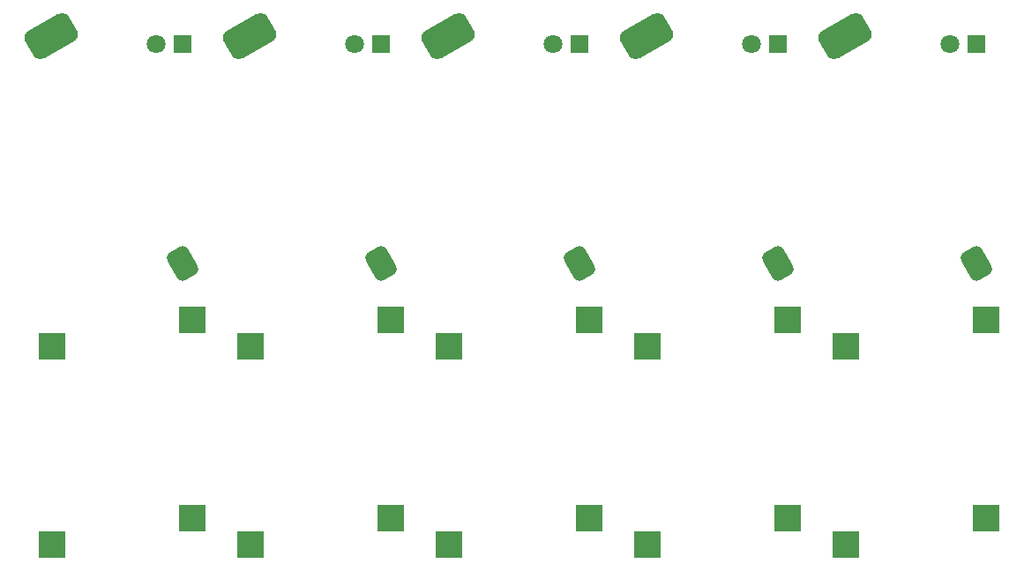
<source format=gbs>
%TF.GenerationSoftware,KiCad,Pcbnew,(6.0.11-0)*%
%TF.CreationDate,2024-12-21T01:30:16+09:00*%
%TF.ProjectId,Array,41727261-792e-46b6-9963-61645f706362,rev?*%
%TF.SameCoordinates,Original*%
%TF.FileFunction,Soldermask,Bot*%
%TF.FilePolarity,Negative*%
%FSLAX46Y46*%
G04 Gerber Fmt 4.6, Leading zero omitted, Abs format (unit mm)*
G04 Created by KiCad (PCBNEW (6.0.11-0)) date 2024-12-21 01:30:16*
%MOMM*%
%LPD*%
G01*
G04 APERTURE LIST*
G04 Aperture macros list*
%AMRoundRect*
0 Rectangle with rounded corners*
0 $1 Rounding radius*
0 $2 $3 $4 $5 $6 $7 $8 $9 X,Y pos of 4 corners*
0 Add a 4 corners polygon primitive as box body*
4,1,4,$2,$3,$4,$5,$6,$7,$8,$9,$2,$3,0*
0 Add four circle primitives for the rounded corners*
1,1,$1+$1,$2,$3*
1,1,$1+$1,$4,$5*
1,1,$1+$1,$6,$7*
1,1,$1+$1,$8,$9*
0 Add four rect primitives between the rounded corners*
20,1,$1+$1,$2,$3,$4,$5,0*
20,1,$1+$1,$4,$5,$6,$7,0*
20,1,$1+$1,$6,$7,$8,$9,0*
20,1,$1+$1,$8,$9,$2,$3,0*%
G04 Aperture macros list end*
%ADD10R,1.800000X1.800000*%
%ADD11C,1.800000*%
%ADD12R,2.550000X2.500000*%
%ADD13RoundRect,0.762000X1.037550X1.478911X-1.799550X-0.159089X-1.037550X-1.478911X1.799550X0.159089X0*%
%ADD14RoundRect,0.571500X0.018684X1.110639X-0.971184X0.539139X-0.018684X-1.110639X0.971184X-0.539139X0*%
G04 APERTURE END LIST*
D10*
%TO.C,D_IR3*%
X54025000Y-23675000D03*
D11*
X51485000Y-23675000D03*
%TD*%
D10*
%TO.C,D_IR1*%
X15925000Y-23675000D03*
D11*
X13385000Y-23675000D03*
%TD*%
D10*
%TO.C,D_IR5*%
X92125000Y-23675000D03*
D11*
X89585000Y-23675000D03*
%TD*%
D10*
%TO.C,D_IR4*%
X73075000Y-23675000D03*
D11*
X70535000Y-23675000D03*
%TD*%
D12*
%TO.C,SW6*%
X41427400Y-71740000D03*
X54940200Y-69200000D03*
%TD*%
%TO.C,SW2*%
X3327400Y-71740000D03*
X16840200Y-69200000D03*
%TD*%
%TO.C,SW4*%
X22377400Y-71740000D03*
X35890200Y-69200000D03*
%TD*%
D13*
%TO.C,BT5*%
X79465000Y-22938080D03*
D14*
X92065000Y-44761920D03*
%TD*%
D12*
%TO.C,SW7*%
X60477400Y-52690000D03*
X73990200Y-50150000D03*
%TD*%
%TO.C,SW5*%
X41427400Y-52690000D03*
X54940200Y-50150000D03*
%TD*%
%TO.C,SW8*%
X60477400Y-71740000D03*
X73990200Y-69200000D03*
%TD*%
%TO.C,SW9*%
X79527400Y-52690000D03*
X93040200Y-50150000D03*
%TD*%
D13*
%TO.C,BT4*%
X60415000Y-22938080D03*
D14*
X73015000Y-44761920D03*
%TD*%
D12*
%TO.C,SW10*%
X79527400Y-71740000D03*
X93040200Y-69200000D03*
%TD*%
D13*
%TO.C,BT1*%
X3265000Y-22938080D03*
D14*
X15865000Y-44761920D03*
%TD*%
D12*
%TO.C,SW3*%
X22377400Y-52690000D03*
X35890200Y-50150000D03*
%TD*%
D13*
%TO.C,BT3*%
X41365000Y-22938080D03*
D14*
X53965000Y-44761920D03*
%TD*%
D12*
%TO.C,SW1*%
X3327400Y-52690000D03*
X16840200Y-50150000D03*
%TD*%
D10*
%TO.C,D_IR2*%
X34975000Y-23675000D03*
D11*
X32435000Y-23675000D03*
%TD*%
D13*
%TO.C,BT2*%
X22315000Y-22938080D03*
D14*
X34915000Y-44761920D03*
%TD*%
M02*

</source>
